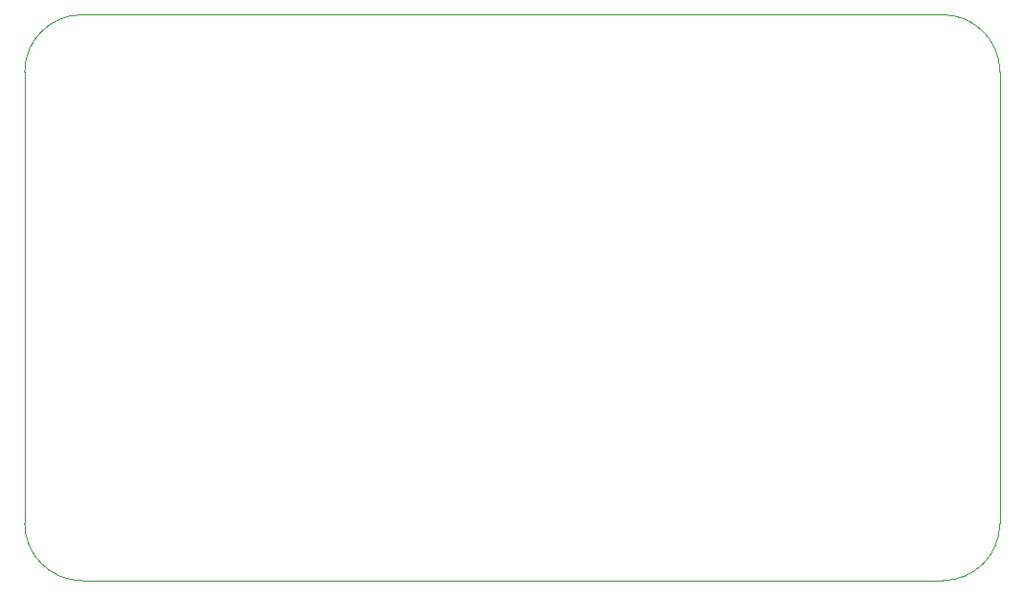
<source format=gbr>
G04 #@! TF.GenerationSoftware,KiCad,Pcbnew,5.1.5+dfsg1-2build2*
G04 #@! TF.CreationDate,2020-11-19T11:24:52+00:00*
G04 #@! TF.ProjectId,PIDController,50494443-6f6e-4747-926f-6c6c65722e6b,rev?*
G04 #@! TF.SameCoordinates,Original*
G04 #@! TF.FileFunction,Profile,NP*
%FSLAX46Y46*%
G04 Gerber Fmt 4.6, Leading zero omitted, Abs format (unit mm)*
G04 Created by KiCad (PCBNEW 5.1.5+dfsg1-2build2) date 2020-11-19 11:24:52*
%MOMM*%
%LPD*%
G04 APERTURE LIST*
%ADD10C,0.050000*%
G04 APERTURE END LIST*
D10*
X76200000Y-136525000D02*
X152400000Y-136525000D01*
X71120000Y-91440000D02*
X71120000Y-131445000D01*
X152400000Y-86360000D02*
X76200000Y-86360000D01*
X157480000Y-131445000D02*
X157480000Y-91440000D01*
X71120000Y-91440000D02*
G75*
G02X76200000Y-86360000I5080000J0D01*
G01*
X76200000Y-136525000D02*
G75*
G02X71120000Y-131445000I0J5080000D01*
G01*
X157480000Y-131445000D02*
G75*
G02X152400000Y-136525000I-5080000J0D01*
G01*
X152400000Y-86360000D02*
G75*
G02X157480000Y-91440000I0J-5080000D01*
G01*
M02*

</source>
